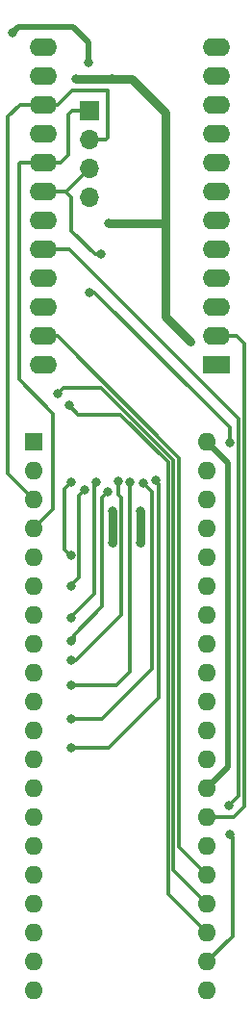
<source format=gbr>
%TF.GenerationSoftware,KiCad,Pcbnew,8.0.3*%
%TF.CreationDate,2024-06-20T16:00:29+02:00*%
%TF.ProjectId,adapter 8913-8910 long board reverse on air,61646170-7465-4722-9038-3931332d3839,rev?*%
%TF.SameCoordinates,Original*%
%TF.FileFunction,Copper,L1,Top*%
%TF.FilePolarity,Positive*%
%FSLAX46Y46*%
G04 Gerber Fmt 4.6, Leading zero omitted, Abs format (unit mm)*
G04 Created by KiCad (PCBNEW 8.0.3) date 2024-06-20 16:00:29*
%MOMM*%
%LPD*%
G01*
G04 APERTURE LIST*
%TA.AperFunction,ComponentPad*%
%ADD10R,1.600000X1.600000*%
%TD*%
%TA.AperFunction,ComponentPad*%
%ADD11O,1.600000X1.600000*%
%TD*%
%TA.AperFunction,ComponentPad*%
%ADD12R,2.400000X1.600000*%
%TD*%
%TA.AperFunction,ComponentPad*%
%ADD13O,2.400000X1.600000*%
%TD*%
%TA.AperFunction,ComponentPad*%
%ADD14R,1.700000X1.700000*%
%TD*%
%TA.AperFunction,ComponentPad*%
%ADD15O,1.700000X1.700000*%
%TD*%
%TA.AperFunction,ViaPad*%
%ADD16C,0.800000*%
%TD*%
%TA.AperFunction,Conductor*%
%ADD17C,0.300000*%
%TD*%
%TA.AperFunction,Conductor*%
%ADD18C,0.508000*%
%TD*%
%TA.AperFunction,Conductor*%
%ADD19C,0.762000*%
%TD*%
G04 APERTURE END LIST*
D10*
%TO.P,U1,1,Vss*%
%TO.N,GND*%
X164300000Y-95600000D03*
D11*
%TO.P,U1,2,N/C*%
%TO.N,unconnected-(U1-N{slash}C-Pad2)*%
X164300000Y-98140000D03*
%TO.P,U1,3,ch_B*%
%TO.N,Net-(Audio_OUT_J1-Pin_2)*%
X164300000Y-100680000D03*
%TO.P,U1,4,ch_A*%
%TO.N,Net-(Audio_OUT_J1-Pin_1)*%
X164300000Y-103220000D03*
%TO.P,U1,5,N/C*%
%TO.N,unconnected-(U1-N{slash}C-Pad5)*%
X164300000Y-105760000D03*
%TO.P,U1,6,IOB7*%
%TO.N,unconnected-(U1-IOB7-Pad6)*%
X164300000Y-108300000D03*
%TO.P,U1,7,IOB6*%
%TO.N,unconnected-(U1-IOB6-Pad7)*%
X164300000Y-110840000D03*
%TO.P,U1,8,IOB5*%
%TO.N,unconnected-(U1-IOB5-Pad8)*%
X164300000Y-113380000D03*
%TO.P,U1,9,IOB4*%
%TO.N,unconnected-(U1-IOB4-Pad9)*%
X164300000Y-115920000D03*
%TO.P,U1,10,IOB3*%
%TO.N,unconnected-(U1-IOB3-Pad10)*%
X164300000Y-118460000D03*
%TO.P,U1,11,IOB2*%
%TO.N,unconnected-(U1-IOB2-Pad11)*%
X164300000Y-121000000D03*
%TO.P,U1,12,IOB1*%
%TO.N,unconnected-(U1-IOB1-Pad12)*%
X164300000Y-123540000D03*
%TO.P,U1,13,IOB0*%
%TO.N,unconnected-(U1-IOB0-Pad13)*%
X164300000Y-126080000D03*
%TO.P,U1,14,IOA7*%
%TO.N,unconnected-(U1-IOA7-Pad14)*%
X164300000Y-128620000D03*
%TO.P,U1,15,IOA6*%
%TO.N,unconnected-(U1-IOA6-Pad15)*%
X164300000Y-131160000D03*
%TO.P,U1,16,IOA5*%
%TO.N,unconnected-(U1-IOA5-Pad16)*%
X164300000Y-133700000D03*
%TO.P,U1,17,IOA4*%
%TO.N,unconnected-(U1-IOA4-Pad17)*%
X164300000Y-136240000D03*
%TO.P,U1,18,IOA3*%
%TO.N,unconnected-(U1-IOA3-Pad18)*%
X164300000Y-138780000D03*
%TO.P,U1,19,IOA2*%
%TO.N,unconnected-(U1-IOA2-Pad19)*%
X164300000Y-141320000D03*
%TO.P,U1,20,IOA1*%
%TO.N,unconnected-(U1-IOA1-Pad20)*%
X164300000Y-143860000D03*
%TO.P,U1,21,IOA0*%
%TO.N,unconnected-(U1-IOA0-Pad21)*%
X179540000Y-143860000D03*
%TO.P,U1,22,CLOCK*%
%TO.N,Net-(U1-CLOCK)*%
X179540000Y-141320000D03*
%TO.P,U1,23,~{RESET}*%
%TO.N,Net-(U1-~{RESET})*%
X179540000Y-138780000D03*
%TO.P,U1,24,~{A9}*%
%TO.N,Net-(U1-~{A9})*%
X179540000Y-136240000D03*
%TO.P,U1,25,A8*%
%TO.N,Net-(U1-A8)*%
X179540000Y-133700000D03*
%TO.P,U1,26,TEST2*%
%TO.N,unconnected-(U1-TEST2-Pad26)*%
X179540000Y-131160000D03*
%TO.P,U1,27,BDIR*%
%TO.N,Net-(U1-BDIR)*%
X179540000Y-128620000D03*
%TO.P,U1,28,BC2*%
%TO.N,+5V*%
X179540000Y-126080000D03*
%TO.P,U1,29,BC1*%
%TO.N,Net-(U1-BC1)*%
X179540000Y-123540000D03*
%TO.P,U1,30,D7*%
%TO.N,Net-(U1-D7)*%
X179540000Y-121000000D03*
%TO.P,U1,31,D6*%
%TO.N,Net-(U1-D6)*%
X179540000Y-118460000D03*
%TO.P,U1,32,D5*%
%TO.N,Net-(U1-D5)*%
X179540000Y-115920000D03*
%TO.P,U1,33,D4*%
%TO.N,Net-(U1-D4)*%
X179540000Y-113380000D03*
%TO.P,U1,34,D3*%
%TO.N,Net-(U1-D3)*%
X179540000Y-110840000D03*
%TO.P,U1,35,D2*%
%TO.N,Net-(U1-D2)*%
X179540000Y-108300000D03*
%TO.P,U1,36,D1*%
%TO.N,Net-(U1-D1)*%
X179540000Y-105760000D03*
%TO.P,U1,37,D0*%
%TO.N,Net-(U1-D0)*%
X179540000Y-103220000D03*
%TO.P,U1,38,ch_C*%
%TO.N,Net-(Audio_OUT_J1-Pin_3)*%
X179540000Y-100680000D03*
%TO.P,U1,39,TEST1*%
%TO.N,unconnected-(U1-TEST1-Pad39)*%
X179540000Y-98140000D03*
%TO.P,U1,40,Vcc*%
%TO.N,+5V*%
X179540000Y-95600000D03*
%TD*%
D12*
%TO.P,U2,1,Vss*%
%TO.N,GND*%
X180400000Y-88800000D03*
D13*
%TO.P,U2,2,BDIR*%
%TO.N,Net-(U1-BDIR)*%
X180400000Y-86260000D03*
%TO.P,U2,3,BC1*%
%TO.N,Net-(U1-BC1)*%
X180400000Y-83720000D03*
%TO.P,U2,4,D7*%
%TO.N,Net-(U1-D7)*%
X180400000Y-81180000D03*
%TO.P,U2,5,D6*%
%TO.N,Net-(U1-D6)*%
X180400000Y-78640000D03*
%TO.P,U2,6,D5*%
%TO.N,Net-(U1-D5)*%
X180400000Y-76100000D03*
%TO.P,U2,7,D4*%
%TO.N,Net-(U1-D4)*%
X180400000Y-73560000D03*
%TO.P,U2,8,D3*%
%TO.N,Net-(U1-D3)*%
X180400000Y-71020000D03*
%TO.P,U2,9,D2*%
%TO.N,Net-(U1-D2)*%
X180400000Y-68480000D03*
%TO.P,U2,10,D1*%
%TO.N,Net-(U1-D1)*%
X180400000Y-65940000D03*
%TO.P,U2,11,D0*%
%TO.N,Net-(U1-D0)*%
X180400000Y-63400000D03*
%TO.P,U2,12,TEST_2*%
%TO.N,unconnected-(U2-TEST_2-Pad12)*%
X180400000Y-60860000D03*
%TO.P,U2,13,Vcc*%
%TO.N,+5V*%
X165160000Y-60860000D03*
%TO.P,U2,14,TEST_I*%
%TO.N,unconnected-(U2-TEST_I-Pad14)*%
X165160000Y-63400000D03*
%TO.P,U2,15,ch_B*%
%TO.N,Net-(Audio_OUT_J1-Pin_2)*%
X165160000Y-65940000D03*
%TO.P,U2,16,N/C*%
%TO.N,unconnected-(U2-N{slash}C-Pad16)*%
X165160000Y-68480000D03*
%TO.P,U2,17,ch_A*%
%TO.N,Net-(Audio_OUT_J1-Pin_1)*%
X165160000Y-71020000D03*
%TO.P,U2,18,ch_C*%
%TO.N,Net-(Audio_OUT_J1-Pin_3)*%
X165160000Y-73560000D03*
%TO.P,U2,19,Vss*%
%TO.N,GND*%
X165160000Y-76100000D03*
%TO.P,U2,20,CLOCK*%
%TO.N,Net-(U1-CLOCK)*%
X165160000Y-78640000D03*
%TO.P,U2,21,~{RESET}*%
%TO.N,Net-(U1-~{RESET})*%
X165160000Y-81180000D03*
%TO.P,U2,22,~{A9}*%
%TO.N,Net-(U1-~{A9})*%
X165160000Y-83720000D03*
%TO.P,U2,23,A8*%
%TO.N,Net-(U1-A8)*%
X165160000Y-86260000D03*
%TO.P,U2,24,~{CE}*%
%TO.N,GND*%
X165160000Y-88800000D03*
%TD*%
D14*
%TO.P,Audio_OUT_J1,1,Pin_1*%
%TO.N,Net-(Audio_OUT_J1-Pin_1)*%
X169200000Y-66460000D03*
D15*
%TO.P,Audio_OUT_J1,2,Pin_2*%
%TO.N,Net-(Audio_OUT_J1-Pin_2)*%
X169200000Y-69000000D03*
%TO.P,Audio_OUT_J1,3,Pin_3*%
%TO.N,Net-(Audio_OUT_J1-Pin_3)*%
X169200000Y-71540000D03*
%TO.P,Audio_OUT_J1,4,Pin_4*%
%TO.N,GND*%
X169200000Y-74080000D03*
%TD*%
D16*
%TO.N,Net-(U1-D3)*%
X169800000Y-99100000D03*
X167549995Y-111100000D03*
%TO.N,Net-(U1-D5)*%
X171746975Y-99033638D03*
X167549995Y-114800000D03*
%TO.N,Net-(U1-BC1)*%
X175000000Y-99000000D03*
X167549995Y-122500000D03*
%TO.N,Net-(U1-D7)*%
X173900000Y-99200000D03*
X167600000Y-120000000D03*
%TO.N,Net-(U1-~{A9})*%
X166390000Y-91350000D03*
%TO.N,Net-(U1-D6)*%
X167600000Y-117000000D03*
X172750005Y-99100000D03*
%TO.N,Net-(U1-~{RESET})*%
X167380000Y-92380000D03*
%TO.N,Net-(U1-D4)*%
X170800000Y-100000000D03*
X167549995Y-113100000D03*
%TO.N,Net-(U1-CLOCK)*%
X181510000Y-127610000D03*
X181580000Y-130130000D03*
%TO.N,Net-(U1-D1)*%
X167549995Y-105600000D03*
X167600000Y-99100000D03*
%TO.N,Net-(U1-D2)*%
X167549995Y-108300000D03*
X168800000Y-99800000D03*
%TO.N,GND*%
X171200000Y-101700000D03*
X168000000Y-63660000D03*
X173700000Y-104500000D03*
X170880000Y-76330000D03*
X171120000Y-63650000D03*
X178100000Y-86800000D03*
X173700000Y-101700000D03*
X171200000Y-104450000D03*
X169150000Y-62190000D03*
X162390000Y-59600000D03*
%TO.N,Net-(Audio_OUT_J1-Pin_3)*%
X181550000Y-95690000D03*
X169220000Y-82480000D03*
X170240000Y-79100000D03*
%TD*%
D17*
%TO.N,Net-(U1-D3)*%
X169800000Y-99100000D02*
X169600000Y-99300000D01*
X169600000Y-99300000D02*
X169600000Y-109000000D01*
X169600000Y-109000000D02*
X167500000Y-111100000D01*
%TO.N,Net-(U1-D5)*%
X172000000Y-100500000D02*
X172000000Y-110800000D01*
X172000000Y-110800000D02*
X168000000Y-114800000D01*
X171746975Y-99033638D02*
X171746975Y-100246975D01*
X171746975Y-100246975D02*
X172000000Y-100500000D01*
%TO.N,Net-(U1-BC1)*%
X170900000Y-122500000D02*
X167800000Y-122500000D01*
X175300000Y-99300000D02*
X175300000Y-118100000D01*
X175000000Y-99000000D02*
X175300000Y-99300000D01*
X175300000Y-118100000D02*
X170900000Y-122500000D01*
%TO.N,Net-(U1-D7)*%
X174700000Y-115600000D02*
X174700000Y-100000000D01*
X167600000Y-120000000D02*
X167700000Y-120100000D01*
X174700000Y-100000000D02*
X173900000Y-99200000D01*
X167600000Y-120000000D02*
X170300000Y-120000000D01*
X170300000Y-120000000D02*
X174700000Y-115600000D01*
%TO.N,Net-(U1-A8)*%
X177096000Y-131256000D02*
X179540000Y-133700000D01*
X165160000Y-86260000D02*
X166374214Y-86260000D01*
X166374214Y-86260000D02*
X177096000Y-96981786D01*
X177096000Y-96981786D02*
X177096000Y-131256000D01*
%TO.N,Net-(U1-~{A9})*%
X176596000Y-97188893D02*
X176596000Y-133296000D01*
X176596000Y-133296000D02*
X179540000Y-136240000D01*
X166940000Y-90800000D02*
X170207107Y-90800000D01*
X170207107Y-90800000D02*
X176596000Y-97188893D01*
X166390000Y-91350000D02*
X166940000Y-90800000D01*
%TO.N,Net-(U1-D6)*%
X171592894Y-117000000D02*
X172750005Y-115842889D01*
X172750005Y-115842889D02*
X172750005Y-99100000D01*
X167600000Y-117000000D02*
X171592894Y-117000000D01*
%TO.N,Net-(U1-BDIR)*%
X181911371Y-128620000D02*
X182860000Y-127671371D01*
X182160000Y-86260000D02*
X180400000Y-86260000D01*
X182860000Y-127671371D02*
X182860000Y-86960000D01*
X179540000Y-128620000D02*
X181911371Y-128620000D01*
X182860000Y-86960000D02*
X182160000Y-86260000D01*
%TO.N,Net-(U1-~{RESET})*%
X168180000Y-93180000D02*
X171880000Y-93180000D01*
X171880000Y-93180000D02*
X176096000Y-97396000D01*
X167380000Y-92380000D02*
X168180000Y-93180000D01*
X176096000Y-97396000D02*
X176096000Y-135336000D01*
X176096000Y-135336000D02*
X179540000Y-138780000D01*
%TO.N,Net-(U1-D4)*%
X170300000Y-100500000D02*
X170800000Y-100000000D01*
X167800000Y-113100000D02*
X167800000Y-112579337D01*
X170300000Y-110079337D02*
X170300000Y-100500000D01*
X167800000Y-112579337D02*
X170300000Y-110079337D01*
%TO.N,Net-(U1-CLOCK)*%
X181580000Y-130130000D02*
X181800000Y-130350000D01*
X181510000Y-127610000D02*
X182360000Y-126760000D01*
X181800000Y-130350000D02*
X181800000Y-139060000D01*
X182360000Y-126760000D02*
X182360000Y-93560000D01*
X182360000Y-93560000D02*
X167440000Y-78640000D01*
X167440000Y-78640000D02*
X165160000Y-78640000D01*
X181800000Y-139060000D02*
X179540000Y-141320000D01*
D18*
%TO.N,+5V*%
X181400000Y-124220000D02*
X181400000Y-97460000D01*
X179540000Y-126080000D02*
X181400000Y-124220000D01*
X181400000Y-97460000D02*
X179540000Y-95600000D01*
D17*
%TO.N,Net-(U1-D1)*%
X167500000Y-105600000D02*
X167000000Y-105100000D01*
X167000000Y-105100000D02*
X167000000Y-99700000D01*
X167000000Y-99700000D02*
X167600000Y-99100000D01*
%TO.N,Net-(U1-D2)*%
X168300000Y-100300000D02*
X168300000Y-107500000D01*
X168300000Y-107500000D02*
X167500000Y-108300000D01*
X168800000Y-99800000D02*
X168300000Y-100300000D01*
D19*
%TO.N,GND*%
X175810000Y-76330000D02*
X175900000Y-76240000D01*
D18*
X169150000Y-62190000D02*
X169150000Y-60470000D01*
D19*
X170080000Y-63650000D02*
X171120000Y-63650000D01*
X171120000Y-63620000D02*
X171120000Y-63650000D01*
D18*
X162900000Y-59090000D02*
X162390000Y-59600000D01*
D19*
X171200000Y-104450000D02*
X171200000Y-101700000D01*
X175900000Y-66610000D02*
X175900000Y-76240000D01*
D18*
X167770000Y-59090000D02*
X162900000Y-59090000D01*
D19*
X173700000Y-101700000D02*
X173700000Y-104500000D01*
X170070000Y-63660000D02*
X170080000Y-63650000D01*
X172940000Y-63650000D02*
X175900000Y-66610000D01*
D18*
X169150000Y-60470000D02*
X167770000Y-59090000D01*
D19*
X175900000Y-84600000D02*
X178100000Y-86800000D01*
X170880000Y-76330000D02*
X175810000Y-76330000D01*
X171120000Y-63650000D02*
X172940000Y-63650000D01*
X175900000Y-76240000D02*
X175900000Y-84600000D01*
X168000000Y-63660000D02*
X170070000Y-63660000D01*
D17*
%TO.N,Net-(Audio_OUT_J1-Pin_2)*%
X162000000Y-98380000D02*
X162000000Y-67000000D01*
D18*
X165140000Y-65940000D02*
X165160000Y-65940000D01*
D17*
X166390000Y-65940000D02*
X167670000Y-64660000D01*
X163060000Y-65940000D02*
X165160000Y-65940000D01*
X170810000Y-64660000D02*
X170810000Y-68810000D01*
D18*
X164300000Y-100680000D02*
X164520000Y-100680000D01*
D17*
X162000000Y-67000000D02*
X163060000Y-65940000D01*
X170580000Y-69000000D02*
X169200000Y-69000000D01*
X165160000Y-65940000D02*
X166390000Y-65940000D01*
X164300000Y-100680000D02*
X162000000Y-98380000D01*
X167670000Y-64660000D02*
X170810000Y-64660000D01*
X170600000Y-69020000D02*
X170580000Y-69000000D01*
X170810000Y-68810000D02*
X170600000Y-69020000D01*
%TO.N,Net-(Audio_OUT_J1-Pin_3)*%
X170240000Y-79100000D02*
X169680000Y-79100000D01*
X167180000Y-73560000D02*
X169200000Y-71540000D01*
X181550000Y-95690000D02*
X181550000Y-94330000D01*
X169640000Y-82420000D02*
X169220000Y-82480000D01*
X169220000Y-82480000D02*
X169240000Y-82420000D01*
X179530000Y-92310000D02*
X169640000Y-82420000D01*
X169680000Y-79100000D02*
X167610000Y-77030000D01*
X181550000Y-94330000D02*
X179530000Y-92310000D01*
X167610000Y-77030000D02*
X167610000Y-74090000D01*
X167080000Y-73560000D02*
X165160000Y-73560000D01*
X167610000Y-74090000D02*
X167080000Y-73560000D01*
X165160000Y-73560000D02*
X167180000Y-73560000D01*
%TO.N,Net-(Audio_OUT_J1-Pin_1)*%
X167310000Y-70390000D02*
X166680000Y-71020000D01*
X169200000Y-66460000D02*
X167670000Y-66460000D01*
X166000000Y-101520000D02*
X164300000Y-103220000D01*
X163000000Y-71100000D02*
X163000000Y-90100000D01*
X163000000Y-90100000D02*
X166000000Y-93100000D01*
X167670000Y-66460000D02*
X167310000Y-66820000D01*
X165160000Y-71020000D02*
X163080000Y-71020000D01*
X166680000Y-71020000D02*
X165160000Y-71020000D01*
X163080000Y-71020000D02*
X163000000Y-71100000D01*
X166000000Y-93100000D02*
X166000000Y-101520000D01*
X167310000Y-66820000D02*
X167310000Y-70390000D01*
%TD*%
M02*

</source>
